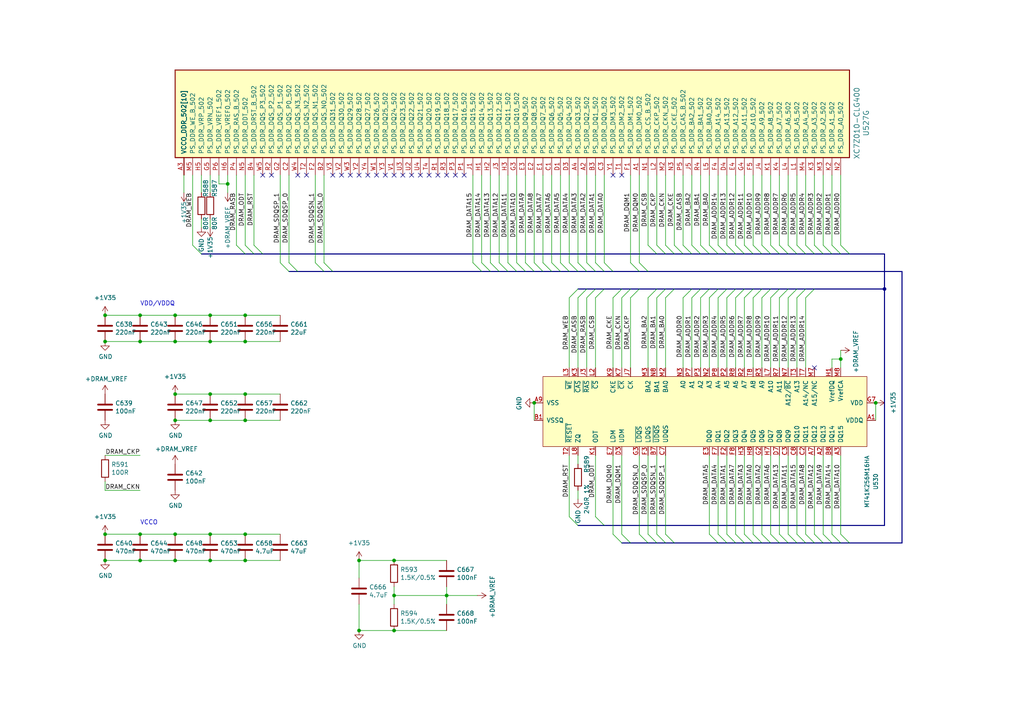
<source format=kicad_sch>
(kicad_sch (version 20231120) (generator "eeschema") (generator_version "8.0")
  (paper "A4")
  (junction (at 114.3 162.56))
  (junction (at 50.8 162.56))
  (junction (at 50.8 121.92))
  (junction (at 40.64 91.44))
  (junction (at 50.8 114.3))
  (junction (at 30.48 154.94))
  (junction (at 30.48 91.44))
  (junction (at 129.54 172.72))
  (junction (at 40.64 154.94))
  (junction (at 60.96 114.3))
  (junction (at 60.96 162.56))
  (junction (at 71.12 99.06))
  (junction (at 256.54 83.82))
  (junction (at 40.64 162.56))
  (junction (at 71.12 114.3))
  (junction (at 60.96 154.94))
  (junction (at 60.96 91.44))
  (junction (at 71.12 154.94))
  (junction (at 114.3 172.72))
  (junction (at 243.84 104.14))
  (junction (at 154.94 116.84))
  (junction (at 50.8 99.06))
  (junction (at 50.8 91.44))
  (junction (at 60.96 121.92))
  (junction (at 71.12 162.56))
  (junction (at 104.14 162.56))
  (junction (at 30.48 99.06))
  (junction (at 71.12 121.92))
  (junction (at 40.64 99.06))
  (junction (at 254 116.84))
  (junction (at 30.48 162.56))
  (junction (at 104.14 182.88))
  (junction (at 60.96 99.06))
  (junction (at 66.04 53.34))
  (junction (at 50.8 154.94))
  (junction (at 71.12 91.44))
  (junction (at 114.3 182.88))
  (no_connect (at 88.9 50.8))
  (no_connect (at 86.36 50.8))
  (no_connect (at 180.34 50.8))
  (no_connect (at 96.52 50.8))
  (no_connect (at 121.92 50.8))
  (no_connect (at 106.68 50.8))
  (no_connect (at 109.22 50.8))
  (no_connect (at 236.22 106.68))
  (no_connect (at 127 50.8))
  (no_connect (at 134.62 50.8))
  (no_connect (at 104.14 50.8))
  (no_connect (at 111.76 50.8))
  (no_connect (at 177.8 50.8))
  (no_connect (at 116.84 50.8))
  (no_connect (at 78.74 50.8))
  (no_connect (at 132.08 50.8))
  (no_connect (at 114.3 50.8))
  (no_connect (at 99.06 50.8))
  (no_connect (at 76.2 50.8))
  (no_connect (at 101.6 50.8))
  (no_connect (at 129.54 50.8))
  (no_connect (at 124.46 50.8))
  (no_connect (at 119.38 50.8))
  (bus_entry (at 228.6 154.94) (size 2.54 2.54))
  (bus_entry (at 241.3 154.94) (size 2.54 2.54))
  (bus_entry (at 213.36 83.82) (size -2.54 2.54))
  (bus_entry (at 238.76 71.12) (size 2.54 2.54))
  (bus_entry (at 144.78 76.2) (size 2.54 2.54))
  (bus_entry (at 193.04 83.82) (size -2.54 2.54))
  (bus_entry (at 149.86 76.2) (size 2.54 2.54))
  (bus_entry (at 71.12 71.12) (size 2.54 2.54))
  (bus_entry (at 167.64 83.82) (size -2.54 2.54))
  (bus_entry (at 182.88 76.2) (size 2.54 2.54))
  (bus_entry (at 185.42 154.94) (size 2.54 2.54))
  (bus_entry (at 177.8 154.94) (size 2.54 2.54))
  (bus_entry (at 226.06 71.12) (size 2.54 2.54))
  (bus_entry (at 137.16 76.2) (size 2.54 2.54))
  (bus_entry (at 233.68 154.94) (size 2.54 2.54))
  (bus_entry (at 182.88 83.82) (size -2.54 2.54))
  (bus_entry (at 160.02 76.2) (size 2.54 2.54))
  (bus_entry (at 170.18 76.2) (size 2.54 2.54))
  (bus_entry (at 218.44 71.12) (size 2.54 2.54))
  (bus_entry (at 172.72 83.82) (size -2.54 2.54))
  (bus_entry (at 203.2 83.82) (size -2.54 2.54))
  (bus_entry (at 167.64 76.2) (size 2.54 2.54))
  (bus_entry (at 228.6 83.82) (size -2.54 2.54))
  (bus_entry (at 73.66 71.12) (size 2.54 2.54))
  (bus_entry (at 223.52 83.82) (size -2.54 2.54))
  (bus_entry (at 215.9 154.94) (size 2.54 2.54))
  (bus_entry (at 175.26 76.2) (size 2.54 2.54))
  (bus_entry (at 142.24 76.2) (size 2.54 2.54))
  (bus_entry (at 200.66 83.82) (size -2.54 2.54))
  (bus_entry (at 231.14 71.12) (size 2.54 2.54))
  (bus_entry (at 205.74 154.94) (size 2.54 2.54))
  (bus_entry (at 172.72 76.2) (size 2.54 2.54))
  (bus_entry (at 55.88 71.12) (size 2.54 2.54))
  (bus_entry (at 162.56 76.2) (size 2.54 2.54))
  (bus_entry (at 205.74 71.12) (size 2.54 2.54))
  (bus_entry (at 165.1 149.86) (size 2.54 2.54))
  (bus_entry (at 228.6 71.12) (size 2.54 2.54))
  (bus_entry (at 215.9 71.12) (size 2.54 2.54))
  (bus_entry (at 213.36 154.94) (size 2.54 2.54))
  (bus_entry (at 190.5 154.94) (size 2.54 2.54))
  (bus_entry (at 195.58 71.12) (size 2.54 2.54))
  (bus_entry (at 152.4 76.2) (size 2.54 2.54))
  (bus_entry (at 190.5 83.82) (size -2.54 2.54))
  (bus_entry (at 200.66 71.12) (size 2.54 2.54))
  (bus_entry (at 93.98 76.2) (size 2.54 2.54))
  (bus_entry (at 208.28 71.12) (size 2.54 2.54))
  (bus_entry (at 190.5 71.12) (size 2.54 2.54))
  (bus_entry (at 243.84 154.94) (size 2.54 2.54))
  (bus_entry (at 233.68 83.82) (size -2.54 2.54))
  (bus_entry (at 147.32 76.2) (size 2.54 2.54))
  (bus_entry (at 193.04 71.12) (size 2.54 2.54))
  (bus_entry (at 213.36 71.12) (size 2.54 2.54))
  (bus_entry (at 175.26 83.82) (size -2.54 2.54))
  (bus_entry (at 223.52 154.94) (size 2.54 2.54))
  (bus_entry (at 187.96 154.94) (size 2.54 2.54))
  (bus_entry (at 154.94 76.2) (size 2.54 2.54))
  (bus_entry (at 238.76 154.94) (size 2.54 2.54))
  (bus_entry (at 218.44 83.82) (size -2.54 2.54))
  (bus_entry (at 220.98 83.82) (size -2.54 2.54))
  (bus_entry (at 195.58 83.82) (size -2.54 2.54))
  (bus_entry (at 187.96 71.12) (size 2.54 2.54))
  (bus_entry (at 236.22 83.82) (size -2.54 2.54))
  (bus_entry (at 223.52 71.12) (size 2.54 2.54))
  (bus_entry (at 215.9 83.82) (size -2.54 2.54))
  (bus_entry (at 139.7 76.2) (size 2.54 2.54))
  (bus_entry (at 210.82 71.12) (size 2.54 2.54))
  (bus_entry (at 241.3 71.12) (size 2.54 2.54))
  (bus_entry (at 226.06 83.82) (size -2.54 2.54))
  (bus_entry (at 231.14 83.82) (size -2.54 2.54))
  (bus_entry (at 208.28 83.82) (size -2.54 2.54))
  (bus_entry (at 218.44 154.94) (size 2.54 2.54))
  (bus_entry (at 205.74 83.82) (size -2.54 2.54))
  (bus_entry (at 180.34 83.82) (size -2.54 2.54))
  (bus_entry (at 81.28 76.2) (size 2.54 2.54))
  (bus_entry (at 198.12 71.12) (size 2.54 2.54))
  (bus_entry (at 185.42 76.2) (size 2.54 2.54))
  (bus_entry (at 91.44 76.2) (size 2.54 2.54))
  (bus_entry (at 231.14 154.94) (size 2.54 2.54))
  (bus_entry (at 185.42 83.82) (size -2.54 2.54))
  (bus_entry (at 193.04 154.94) (size 2.54 2.54))
  (bus_entry (at 210.82 83.82) (size -2.54 2.54))
  (bus_entry (at 220.98 71.12) (size 2.54 2.54))
  (bus_entry (at 157.48 76.2) (size 2.54 2.54))
  (bus_entry (at 165.1 76.2) (size 2.54 2.54))
  (bus_entry (at 220.98 154.94) (size 2.54 2.54))
  (bus_entry (at 233.68 71.12) (size 2.54 2.54))
  (bus_entry (at 180.34 154.94) (size 2.54 2.54))
  (bus_entry (at 170.18 83.82) (size -2.54 2.54))
  (bus_entry (at 243.84 71.12) (size 2.54 2.54))
  (bus_entry (at 226.06 154.94) (size 2.54 2.54))
  (bus_entry (at 68.58 71.12) (size 2.54 2.54))
  (bus_entry (at 210.82 154.94) (size 2.54 2.54))
  (bus_entry (at 83.82 76.2) (size 2.54 2.54))
  (bus_entry (at 236.22 71.12) (size 2.54 2.54))
  (bus_entry (at 208.28 154.94) (size 2.54 2.54))
  (bus_entry (at 172.72 149.86) (size 2.54 2.54))
  (bus_entry (at 236.22 154.94) (size 2.54 2.54))
  (bus_entry (at 203.2 71.12) (size 2.54 2.54))
  (bus (pts (xy 236.22 73.66) (xy 233.68 73.66)))
  (wire (pts (xy 172.72 50.8) (xy 172.72 76.2)))
  (bus (pts (xy 170.18 83.82) (xy 167.64 83.82)))
  (wire (pts (xy 63.5 50.8) (xy 63.5 53.34)))
  (bus (pts (xy 226.06 83.82) (xy 223.52 83.82)))
  (bus (pts (xy 223.52 157.48) (xy 220.98 157.48)))
  (wire (pts (xy 71.12 162.56) (xy 60.96 162.56)))
  (bus (pts (xy 261.62 78.74) (xy 261.62 157.48)))
  (bus (pts (xy 170.18 78.74) (xy 167.64 78.74)))
  (bus (pts (xy 236.22 157.48) (xy 233.68 157.48)))
  (wire (pts (xy 226.06 132.08) (xy 226.06 154.94)))
  (wire (pts (xy 137.16 50.8) (xy 137.16 76.2)))
  (wire (pts (xy 226.06 71.12) (xy 226.06 50.8)))
  (wire (pts (xy 210.82 71.12) (xy 210.82 50.8)))
  (wire (pts (xy 30.48 142.24) (xy 30.48 139.7)))
  (bus (pts (xy 231.14 157.48) (xy 228.6 157.48)))
  (bus (pts (xy 149.86 78.74) (xy 147.32 78.74)))
  (wire (pts (xy 193.04 86.36) (xy 193.04 106.68)))
  (bus (pts (xy 238.76 157.48) (xy 236.22 157.48)))
  (bus (pts (xy 152.4 78.74) (xy 149.86 78.74)))
  (wire (pts (xy 182.88 86.36) (xy 182.88 106.68)))
  (wire (pts (xy 213.36 132.08) (xy 213.36 154.94)))
  (bus (pts (xy 208.28 73.66) (xy 205.74 73.66)))
  (wire (pts (xy 228.6 71.12) (xy 228.6 50.8)))
  (bus (pts (xy 213.36 157.48) (xy 210.82 157.48)))
  (wire (pts (xy 50.8 121.92) (xy 60.96 121.92)))
  (bus (pts (xy 256.54 152.4) (xy 256.54 83.82)))
  (wire (pts (xy 167.64 142.24) (xy 167.64 144.78)))
  (bus (pts (xy 210.82 157.48) (xy 208.28 157.48)))
  (wire (pts (xy 144.78 50.8) (xy 144.78 76.2)))
  (wire (pts (xy 241.3 104.14) (xy 243.84 104.14)))
  (wire (pts (xy 152.4 50.8) (xy 152.4 76.2)))
  (wire (pts (xy 71.12 71.12) (xy 71.12 50.8)))
  (bus (pts (xy 228.6 157.48) (xy 226.06 157.48)))
  (bus (pts (xy 233.68 73.66) (xy 231.14 73.66)))
  (wire (pts (xy 60.96 162.56) (xy 50.8 162.56)))
  (wire (pts (xy 187.96 86.36) (xy 187.96 106.68)))
  (bus (pts (xy 256.54 83.82) (xy 236.22 83.82)))
  (wire (pts (xy 190.5 71.12) (xy 190.5 50.8)))
  (wire (pts (xy 60.96 154.94) (xy 50.8 154.94)))
  (wire (pts (xy 30.48 154.94) (xy 40.64 154.94)))
  (wire (pts (xy 193.04 132.08) (xy 193.04 154.94)))
  (wire (pts (xy 104.14 162.56) (xy 114.3 162.56)))
  (wire (pts (xy 58.42 63.5) (xy 58.42 66.04)))
  (wire (pts (xy 231.14 71.12) (xy 231.14 50.8)))
  (wire (pts (xy 220.98 86.36) (xy 220.98 106.68)))
  (bus (pts (xy 200.66 73.66) (xy 198.12 73.66)))
  (wire (pts (xy 30.48 132.08) (xy 40.64 132.08)))
  (wire (pts (xy 254 116.84) (xy 254 121.92)))
  (bus (pts (xy 195.58 73.66) (xy 193.04 73.66)))
  (wire (pts (xy 208.28 132.08) (xy 208.28 154.94)))
  (bus (pts (xy 157.48 78.74) (xy 154.94 78.74)))
  (wire (pts (xy 243.84 132.08) (xy 243.84 154.94)))
  (bus (pts (xy 215.9 157.48) (xy 213.36 157.48)))
  (bus (pts (xy 218.44 157.48) (xy 215.9 157.48)))
  (wire (pts (xy 215.9 71.12) (xy 215.9 50.8)))
  (bus (pts (xy 203.2 73.66) (xy 200.66 73.66)))
  (wire (pts (xy 233.68 71.12) (xy 233.68 50.8)))
  (bus (pts (xy 86.36 78.74) (xy 83.82 78.74)))
  (wire (pts (xy 241.3 106.68) (xy 241.3 104.14)))
  (bus (pts (xy 71.12 73.66) (xy 58.42 73.66)))
  (bus (pts (xy 215.9 83.82) (xy 213.36 83.82)))
  (wire (pts (xy 154.94 116.84) (xy 154.94 121.92)))
  (wire (pts (xy 208.28 71.12) (xy 208.28 50.8)))
  (bus (pts (xy 210.82 83.82) (xy 208.28 83.82)))
  (wire (pts (xy 139.7 50.8) (xy 139.7 76.2)))
  (wire (pts (xy 223.52 86.36) (xy 223.52 106.68)))
  (wire (pts (xy 233.68 132.08) (xy 233.68 154.94)))
  (wire (pts (xy 200.66 71.12) (xy 200.66 50.8)))
  (wire (pts (xy 81.28 50.8) (xy 81.28 76.2)))
  (wire (pts (xy 160.02 50.8) (xy 160.02 76.2)))
  (wire (pts (xy 50.8 162.56) (xy 40.64 162.56)))
  (bus (pts (xy 226.06 157.48) (xy 223.52 157.48)))
  (wire (pts (xy 185.42 132.08) (xy 185.42 154.94)))
  (bus (pts (xy 193.04 73.66) (xy 190.5 73.66)))
  (bus (pts (xy 190.5 83.82) (xy 185.42 83.82)))
  (bus (pts (xy 187.96 78.74) (xy 185.42 78.74)))
  (wire (pts (xy 147.32 50.8) (xy 147.32 76.2)))
  (wire (pts (xy 218.44 132.08) (xy 218.44 154.94)))
  (wire (pts (xy 213.36 71.12) (xy 213.36 50.8)))
  (wire (pts (xy 138.43 172.72) (xy 129.54 172.72)))
  (wire (pts (xy 231.14 132.08) (xy 231.14 154.94)))
  (wire (pts (xy 165.1 86.36) (xy 165.1 106.68)))
  (bus (pts (xy 177.8 78.74) (xy 175.26 78.74)))
  (wire (pts (xy 114.3 162.56) (xy 129.54 162.56)))
  (wire (pts (xy 203.2 86.36) (xy 203.2 106.68)))
  (wire (pts (xy 200.66 86.36) (xy 200.66 106.68)))
  (bus (pts (xy 256.54 83.82) (xy 256.54 73.66)))
  (wire (pts (xy 104.14 175.26) (xy 104.14 182.88)))
  (wire (pts (xy 205.74 132.08) (xy 205.74 154.94)))
  (bus (pts (xy 154.94 78.74) (xy 152.4 78.74)))
  (bus (pts (xy 139.7 78.74) (xy 96.52 78.74)))
  (bus (pts (xy 165.1 78.74) (xy 162.56 78.74)))
  (wire (pts (xy 210.82 132.08) (xy 210.82 154.94)))
  (wire (pts (xy 60.96 91.44) (xy 50.8 91.44)))
  (bus (pts (xy 203.2 83.82) (xy 200.66 83.82)))
  (wire (pts (xy 241.3 71.12) (xy 241.3 50.8)))
  (wire (pts (xy 167.64 86.36) (xy 167.64 106.68)))
  (bus (pts (xy 142.24 78.74) (xy 139.7 78.74)))
  (wire (pts (xy 81.28 121.92) (xy 71.12 121.92)))
  (bus (pts (xy 182.88 83.82) (xy 180.34 83.82)))
  (wire (pts (xy 114.3 182.88) (xy 104.14 182.88)))
  (bus (pts (xy 195.58 83.82) (xy 193.04 83.82)))
  (bus (pts (xy 261.62 157.48) (xy 246.38 157.48)))
  (bus (pts (xy 185.42 83.82) (xy 182.88 83.82)))
  (wire (pts (xy 172.72 86.36) (xy 172.72 106.68)))
  (wire (pts (xy 30.48 99.06) (xy 40.64 99.06)))
  (bus (pts (xy 185.42 78.74) (xy 177.8 78.74)))
  (wire (pts (xy 236.22 132.08) (xy 236.22 154.94)))
  (bus (pts (xy 223.52 73.66) (xy 220.98 73.66)))
  (wire (pts (xy 210.82 86.36) (xy 210.82 106.68)))
  (wire (pts (xy 73.66 71.12) (xy 73.66 50.8)))
  (wire (pts (xy 226.06 86.36) (xy 226.06 106.68)))
  (bus (pts (xy 246.38 73.66) (xy 243.84 73.66)))
  (wire (pts (xy 177.8 86.36) (xy 177.8 106.68)))
  (wire (pts (xy 170.18 86.36) (xy 170.18 106.68)))
  (bus (pts (xy 261.62 78.74) (xy 187.96 78.74)))
  (bus (pts (xy 172.72 83.82) (xy 170.18 83.82)))
  (wire (pts (xy 195.58 71.12) (xy 195.58 50.8)))
  (wire (pts (xy 187.96 71.12) (xy 187.96 50.8)))
  (wire (pts (xy 172.72 149.86) (xy 172.72 132.08)))
  (bus (pts (xy 215.9 73.66) (xy 213.36 73.66)))
  (wire (pts (xy 215.9 86.36) (xy 215.9 106.68)))
  (wire (pts (xy 129.54 172.72) (xy 129.54 175.26)))
  (wire (pts (xy 60.96 114.3) (xy 71.12 114.3)))
  (wire (pts (xy 40.64 91.44) (xy 50.8 91.44)))
  (bus (pts (xy 246.38 157.48) (xy 243.84 157.48)))
  (wire (pts (xy 50.8 114.3) (xy 60.96 114.3)))
  (bus (pts (xy 93.98 78.74) (xy 86.36 78.74)))
  (wire (pts (xy 215.9 132.08) (xy 215.9 154.94)))
  (wire (pts (xy 238.76 71.12) (xy 238.76 50.8)))
  (bus (pts (xy 205.74 73.66) (xy 203.2 73.66)))
  (bus (pts (xy 175.26 83.82) (xy 172.72 83.82)))
  (wire (pts (xy 129.54 182.88) (xy 114.3 182.88)))
  (wire (pts (xy 71.12 121.92) (xy 60.96 121.92)))
  (wire (pts (xy 198.12 71.12) (xy 198.12 50.8)))
  (bus (pts (xy 220.98 83.82) (xy 218.44 83.82)))
  (bus (pts (xy 210.82 73.66) (xy 208.28 73.66)))
  (bus (pts (xy 236.22 83.82) (xy 233.68 83.82)))
  (bus (pts (xy 213.36 83.82) (xy 210.82 83.82)))
  (wire (pts (xy 114.3 172.72) (xy 114.3 175.26)))
  (wire (pts (xy 198.12 86.36) (xy 198.12 106.68)))
  (bus (pts (xy 162.56 78.74) (xy 160.02 78.74)))
  (wire (pts (xy 220.98 132.08) (xy 220.98 154.94)))
  (wire (pts (xy 114.3 172.72) (xy 129.54 172.72)))
  (bus (pts (xy 231.14 83.82) (xy 228.6 83.82)))
  (wire (pts (xy 149.86 50.8) (xy 149.86 76.2)))
  (wire (pts (xy 165.1 50.8) (xy 165.1 76.2)))
  (wire (pts (xy 162.56 50.8) (xy 162.56 76.2)))
  (bus (pts (xy 195.58 157.48) (xy 193.04 157.48)))
  (wire (pts (xy 66.04 50.8) (xy 66.04 53.34)))
  (wire (pts (xy 205.74 86.36) (xy 205.74 106.68)))
  (wire (pts (xy 81.28 162.56) (xy 71.12 162.56)))
  (bus (pts (xy 220.98 157.48) (xy 218.44 157.48)))
  (wire (pts (xy 190.5 86.36) (xy 190.5 106.68)))
  (wire (pts (xy 175.26 50.8) (xy 175.26 76.2)))
  (wire (pts (xy 223.52 132.08) (xy 223.52 154.94)))
  (bus (pts (xy 167.64 78.74) (xy 165.1 78.74)))
  (wire (pts (xy 129.54 170.18) (xy 129.54 172.72)))
  (wire (pts (xy 167.64 132.08) (xy 167.64 134.62)))
  (wire (pts (xy 60.96 99.06) (xy 50.8 99.06)))
  (bus (pts (xy 180.34 83.82) (xy 175.26 83.82)))
  (wire (pts (xy 83.82 50.8) (xy 83.82 76.2)))
  (bus (pts (xy 190.5 157.48) (xy 187.96 157.48)))
  (bus (pts (xy 241.3 73.66) (xy 238.76 73.66)))
  (wire (pts (xy 91.44 50.8) (xy 91.44 76.2)))
  (wire (pts (xy 93.98 50.8) (xy 93.98 76.2)))
  (wire (pts (xy 81.28 91.44) (xy 71.12 91.44)))
  (bus (pts (xy 226.06 73.66) (xy 223.52 73.66)))
  (wire (pts (xy 55.88 71.12) (xy 55.88 50.8)))
  (bus (pts (xy 218.44 73.66) (xy 215.9 73.66)))
  (wire (pts (xy 205.74 71.12) (xy 205.74 50.8)))
  (wire (pts (xy 71.12 91.44) (xy 60.96 91.44)))
  (wire (pts (xy 228.6 86.36) (xy 228.6 106.68)))
  (wire (pts (xy 218.44 71.12) (xy 218.44 50.8)))
  (bus (pts (xy 193.04 83.82) (xy 190.5 83.82)))
  (wire (pts (xy 236.22 71.12) (xy 236.22 50.8)))
  (wire (pts (xy 223.52 71.12) (xy 223.52 50.8)))
  (bus (pts (xy 175.26 78.74) (xy 172.72 78.74)))
  (wire (pts (xy 81.28 154.94) (xy 71.12 154.94)))
  (bus (pts (xy 200.66 83.82) (xy 195.58 83.82)))
  (wire (pts (xy 185.42 50.8) (xy 185.42 76.2)))
  (wire (pts (xy 218.44 86.36) (xy 218.44 106.68)))
  (wire (pts (xy 203.2 71.12) (xy 203.2 50.8)))
  (bus (pts (xy 190.5 73.66) (xy 76.2 73.66)))
  (bus (pts (xy 205.74 83.82) (xy 203.2 83.82)))
  (bus (pts (xy 213.36 73.66) (xy 210.82 73.66)))
  (bus (pts (xy 76.2 73.66) (xy 73.66 73.66)))
  (wire (pts (xy 104.14 162.56) (xy 104.14 167.64)))
  (wire (pts (xy 81.28 99.06) (xy 71.12 99.06)))
  (bus (pts (xy 233.68 157.48) (xy 231.14 157.48)))
  (wire (pts (xy 63.5 53.34) (xy 66.04 53.34)))
  (bus (pts (xy 160.02 78.74) (xy 157.48 78.74)))
  (wire (pts (xy 190.5 132.08) (xy 190.5 154.94)))
  (wire (pts (xy 170.18 50.8) (xy 170.18 76.2)))
  (wire (pts (xy 60.96 63.5) (xy 60.96 66.04)))
  (wire (pts (xy 233.68 86.36) (xy 233.68 106.68)))
  (wire (pts (xy 177.8 132.08) (xy 177.8 154.94)))
  (wire (pts (xy 241.3 132.08) (xy 241.3 154.94)))
  (wire (pts (xy 228.6 132.08) (xy 228.6 154.94)))
  (wire (pts (xy 40.64 142.24) (xy 30.48 142.24)))
  (bus (pts (xy 172.72 78.74) (xy 170.18 78.74)))
  (bus (pts (xy 193.04 157.48) (xy 190.5 157.48)))
  (wire (pts (xy 243.84 104.14) (xy 243.84 106.68)))
  (bus (pts (xy 220.98 73.66) (xy 218.44 73.66)))
  (bus (pts (xy 238.76 73.66) (xy 236.22 73.66)))
  (wire (pts (xy 182.88 50.8) (xy 182.88 76.2)))
  (wire (pts (xy 193.04 71.12) (xy 193.04 50.8)))
  (wire (pts (xy 220.98 71.12) (xy 220.98 50.8)))
  (wire (pts (xy 213.36 86.36) (xy 213.36 106.68)))
  (wire (pts (xy 167.64 50.8) (xy 167.64 76.2)))
  (wire (pts (xy 81.28 114.3) (xy 71.12 114.3)))
  (bus (pts (xy 73.66 73.66) (xy 71.12 73.66)))
  (wire (pts (xy 231.14 86.36) (xy 231.14 106.68)))
  (bus (pts (xy 223.52 83.82) (xy 220.98 83.82)))
  (wire (pts (xy 157.48 50.8) (xy 157.48 76.2)))
  (bus (pts (xy 198.12 73.66) (xy 195.58 73.66)))
  (wire (pts (xy 30.48 91.44) (xy 40.64 91.44)))
  (bus (pts (xy 243.84 157.48) (xy 241.3 157.48)))
  (wire (pts (xy 165.1 132.08) (xy 165.1 149.86)))
  (bus (pts (xy 208.28 83.82) (xy 205.74 83.82)))
  (bus (pts (xy 256.54 73.66) (xy 246.38 73.66)))
  (wire (pts (xy 60.96 50.8) (xy 60.96 55.88)))
  (bus (pts (xy 144.78 78.74) (xy 142.24 78.74)))
  (bus (pts (xy 228.6 73.66) (xy 226.06 73.66)))
  (wire (pts (xy 71.12 154.94) (xy 60.96 154.94)))
  (wire (pts (xy 208.28 86.36) (xy 208.28 106.68)))
  (wire (pts (xy 66.04 53.34) (xy 66.04 55.88)))
  (bus (pts (xy 147.32 78.74) (xy 144.78 78.74)))
  (wire (pts (xy 50.8 99.06) (xy 40.64 99.06)))
  (wire (pts (xy 40.64 154.94) (xy 50.8 154.94)))
  (bus (pts (xy 233.68 83.82) (xy 231.14 83.82)))
  (wire (pts (xy 180.34 86.36) (xy 180.34 106.68)))
  (wire (pts (xy 154.94 50.8) (xy 154.94 76.2)))
  (bus (pts (xy 218.44 83.82) (xy 215.9 83.82)))
  (wire (pts (xy 30.48 162.56) (xy 40.64 162.56)))
  (bus (pts (xy 175.26 152.4) (xy 167.64 152.4)))
  (wire (pts (xy 71.12 99.06) (xy 60.96 99.06)))
  (wire (pts (xy 68.58 71.12) (xy 68.58 50.8)))
  (wire (pts (xy 58.42 50.8) (xy 58.42 55.88)))
  (wire (pts (xy 243.84 101.6) (xy 243.84 104.14)))
  (bus (pts (xy 228.6 83.82) (xy 226.06 83.82)))
  (wire (pts (xy 53.34 50.8) (xy 53.34 55.88)))
  (wire (pts (xy 238.76 132.08) (xy 238.76 154.94)))
  (bus (pts (xy 256.54 152.4) (xy 175.26 152.4)))
  (bus (pts (xy 231.14 73.66) (xy 228.6 73.66)))
  (wire (pts (xy 180.34 132.08) (xy 180.34 154.94)))
  (bus (pts (xy 241.3 157.48) (xy 238.76 157.48)))
  (bus (pts (xy 182.88 157.48) (xy 180.34 157.48)))
  (wire (pts (xy 187.96 132.08) (xy 187.96 154.94)))
  (bus (pts (xy 208.28 157.48) (xy 195.58 157.48)))
  (wire (pts (xy 142.24 50.8) (xy 142.24 76.2)))
  (wire (pts (xy 243.84 71.12) (xy 243.84 50.8)))
  (bus (pts (xy 96.52 78.74) (xy 93.98 78.74)))
  (bus (pts (xy 243.84 73.66) (xy 241.3 73.66)))
  (wire (pts (xy 114.3 170.18) (xy 114.3 172.72)))
  (bus (pts (xy 187.96 157.48) (xy 182.88 157.48)))
  (text "VCCO" (at 40.64 152.4 0) (effects (font (size 1.27 1.27)) (justify left bottom)))
  (text "VDD/VDDQ" (at 40.64 88.9 0) (effects (font (size 1.27 1.27)) (justify left bottom)))
  (label "DRAM_ADDR8" (at 223.52 55.88 270))
  (label "DRAM_ADDR10" (at 223.52 91.44 270))
  (label "DRAM_ADDR11" (at 226.06 91.44 270))
  (label "DRAM_SDQSP_1" (at 81.28 55.88 270))
  (label "DRAM_CKE" (at 177.8 91.44 270))
  (label "DRAM_SDQSP_0" (at 187.96 134.62 270))
  (label "DRAM_ADDR5" (at 231.14 55.88 270))
  (label "DRAM_ADDR7" (at 226.06 55.88 270))
  (label "DRAM_DATA15" (at 231.14 134.62 270))
  (label "DRAM_ADDR2" (at 203.2 91.44 270))
  (label "DRAM_BA2" (at 187.96 91.44 270))
  (label "DRAM_ADDR7" (at 215.9 91.44 270))
  (label "DRAM_CKN" (at 180.34 91.44 270))
  (label "DRAM_RASB" (at 170.18 91.44 270))
  (label "DRAM_ADDR9" (at 220.98 55.88 270))
  (label "DRAM_DATA0" (at 218.44 134.62 270))
  (label "DRAM_ADDR14" (at 208.28 55.88 270))
  (label "DRAM_DQM0" (at 185.42 55.88 270))
  (label "DRAM_DATA1" (at 172.72 55.88 270))
  (label "DRAM_DATA4" (at 165.1 55.88 270))
  (label "DRAM_DQM0" (at 177.8 134.62 270))
  (label "DRAM_SDQSN_1" (at 91.44 55.88 270))
  (label "DRAM_SDQSP_1" (at 193.04 134.62 270))
  (label "DRAM_DATA11" (at 147.32 55.88 270))
  (label "DRAM_CKP" (at 182.88 91.44 270))
  (label "DRAM_DATA3" (at 167.64 55.88 270))
  (label "DRAM_BA0" (at 193.04 91.44 270))
  (label "DRAM_CKP" (at 190.5 55.88 270))
  (label "DRAM_ADDR13" (at 210.82 55.88 270))
  (label "DRAM_ADDR3" (at 236.22 55.88 270))
  (label "DRAM_DATA6" (at 160.02 55.88 270))
  (label "DRAM_ADDR4" (at 208.28 91.44 270))
  (label "DRAM_DATA3" (at 215.9 134.62 270))
  (label "DRAM_DATA10" (at 149.86 55.88 270))
  (label "DRAM_BA1" (at 190.5 91.44 270))
  (label "DRAM_DATA5" (at 162.56 55.88 270))
  (label "DRAM_ADDR1" (at 200.66 91.44 270))
  (label "DRAM_ADDR10" (at 218.44 55.88 270))
  (label "DRAM_DATA6" (at 223.52 134.62 270))
  (label "DRAM_DATA8" (at 233.68 134.62 270))
  (label "DRAM_DQM1" (at 182.88 55.88 270))
  (label "DRAM_CKP" (at 40.64 132.08 180))
  (label "DRAM_DATA4" (at 208.28 134.62 270))
  (label "DRAM_ADDR0" (at 243.84 55.88 270))
  (label "DRAM_CKN" (at 193.04 55.88 270))
  (label "DRAM_CKE" (at 195.58 55.88 270))
  (label "DRAM_ADDR3" (at 205.74 91.44 270))
  (label "DRAM_DATA9" (at 238.76 134.62 270))
  (label "DRAM_CKN" (at 40.64 142.24 180))
  (label "DRAM_DATA8" (at 154.94 55.88 270))
  (label "DRAM_DATA15" (at 137.16 55.88 270))
  (label "DRAM_BA2" (at 200.66 55.88 270))
  (label "DRAM_ADDR9" (at 220.98 91.44 270))
  (label "DRAM_ODT" (at 172.72 134.62 270))
  (label "DRAM_CSB" (at 172.72 91.44 270))
  (label "DRAM_ADDR6" (at 228.6 55.88 270))
  (label "DRAM_CSB" (at 187.96 55.88 270))
  (label "DRAM_RST" (at 73.66 55.88 270))
  (label "DRAM_DATA14" (at 139.7 55.88 270))
  (label "DRAM_CASB" (at 167.64 91.44 270))
  (label "DRAM_ADDR1" (at 241.3 55.88 270))
  (label "DRAM_DATA12" (at 236.22 134.62 270))
  (label "DRAM_SDQSN_0" (at 185.42 134.62 270))
  (label "DRAM_DATA13" (at 142.24 55.88 270))
  (label "DRAM_DATA13" (at 226.06 134.62 270))
  (label "DRAM_WEB" (at 55.88 55.88 270))
  (label "DRAM_CASB" (at 198.12 55.88 270))
  (label "DRAM_BA0" (at 205.74 55.88 270))
  (label "DRAM_DATA9" (at 152.4 55.88 270))
  (label "DRAM_DATA2" (at 170.18 55.88 270))
  (label "DRAM_DATA10" (at 243.84 134.62 270))
  (label "DRAM_BA1" (at 203.2 55.88 270))
  (label "DRAM_ADDR4" (at 233.68 55.88 270))
  (label "DRAM_DATA7" (at 213.36 134.62 270))
  (label "DRAM_SDQSP_0" (at 83.82 55.88 270))
  (label "DRAM_ADDR12" (at 213.36 55.88 270))
  (label "DRAM_DATA12" (at 144.78 55.88 270))
  (label "DRAM_DATA11" (at 228.6 134.62 270))
  (label "DRAM_ADDR13" (at 231.14 91.44 270))
  (label "DRAM_ODT" (at 71.12 55.88 270))
  (label "DRAM_SDQSN_0" (at 93.98 55.88 270))
  (label "DRAM_DATA14" (at 241.3 134.62 270))
  (label "DRAM_ADDR5" (at 210.82 91.44 270))
  (label "DRAM_ADDR0" (at 198.12 91.44 270))
  (label "DRAM_WEB" (at 165.1 91.44 270))
  (label "DRAM_SDQSN_1" (at 190.5 134.62 270))
  (label "DRAM_DQM1" (at 180.34 134.62 270))
  (label "DRAM_DATA7" (at 157.48 55.88 270))
  (label "DRAM_DATA1" (at 210.82 134.62 270))
  (label "DRAM_ADDR14" (at 233.68 91.44 270))
  (label "DRAM_ADDR8" (at 218.44 91.44 270))
  (label "DRAM_ADDR6" (at 213.36 91.44 270))
  (label "DRAM_DATA5" (at 205.74 134.62 270))
  (label "DRAM_ADDR12" (at 228.6 91.44 270))
  (label "DRAM_DATA0" (at 175.26 55.88 270))
  (label "DRAM_RST" (at 165.1 134.62 270))
  (label "DRAM_DATA2" (at 220.98 134.62 270))
  (label "DRAM_ADDR11" (at 215.9 55.88 270))
  (label "DRAM_ADDR2" (at 238.76 55.88 270))
  (label "DRAM_RASB" (at 68.58 55.88 270))
  (symbol (lib_id "Device:R") (at 30.48 135.89 0) (unit 1)
    (property "Reference" "R591" (at 32.258 134.7216 0) (effects (justify left)))
    (property "Value" "100R" (at 32.258 137.033 0) (effects (justify left)))
    (property "Footprint" "Resistor_SMD:R_0402_1005Metric" (effects (hide yes)))
  )
  (symbol (lib_id "power:+1V35") (at 60.96 66.04 180) (unit 1)
    (property "Reference" "#PWR0736" (effects (hide yes)))
    (property "Value" "+1V35" (at 60.96 68.58 90) (effects (justify left)))
  )
  (symbol (lib_id "power:GND") (at 50.8 142.24 0) (unit 1)
    (property "Reference" "#PWR0755" (effects (hide yes)))
    (property "Value" "GND" (at 50.927 146.6342 0))
  )
  (symbol (lib_id "Device:C") (at 129.54 166.37 0) (unit 1)
    (property "Reference" "C667" (at 132.461 165.2016 0) (effects (justify left)))
    (property "Value" "100nF" (at 132.461 167.513 0) (effects (justify left)))
    (property "Footprint" "Capacitor_SMD:C_0402_1005Metric" (effects (hide yes)))
  )
  (symbol (lib_id "Device:C") (at 71.12 95.25 0) (unit 1)
    (property "Reference" "C656" (at 74.041 94.0816 0) (effects (justify left)))
    (property "Value" "220nF" (at 74.041 96.393 0) (effects (justify left)))
    (property "Footprint" "Capacitor_SMD:C_0402_1005Metric" (effects (hide yes)))
  )
  (symbol (lib_id "Device:C") (at 81.28 158.75 0) (unit 1)
    (property "Reference" "C663" (at 84.201 157.5816 0) (effects (justify left)))
    (property "Value" "47uF" (at 84.201 159.893 0) (effects (justify left)))
    (property "Footprint" "Capacitor_SMD:C_0805_2012Metric" (effects (hide yes)))
  )
  (symbol (lib_id "Device:C") (at 104.14 171.45 0) (unit 1)
    (property "Reference" "C666" (at 107.061 170.2816 0) (effects (justify left)))
    (property "Value" "4.7uF" (at 107.061 172.593 0) (effects (justify left)))
    (property "Footprint" "Capacitor_SMD:C_0603_1608Metric" (effects (hide yes)))
  )
  (symbol (lib_id "power:+1V35") (at 30.48 154.94 0) (unit 1)
    (property "Reference" "#PWR0750" (effects (hide yes)))
    (property "Value" "+1V35" (at 30.48 149.86 0))
  )
  (symbol (lib_id "power:+1V35") (at 254 116.84 270) (unit 1)
    (property "Reference" "#PWR0740" (effects (hide yes)))
    (property "Value" "+1V35" (at 259.08 116.84 0))
  )
  (symbol (lib_id "power:GND") (at 30.48 99.06 0) (unit 1)
    (property "Reference" "#PWR0747" (effects (hide yes)))
    (property "Value" "GND" (at 30.607 103.4542 0))
  )
  (symbol (lib_id "Device:C") (at 50.8 158.75 0) (unit 1)
    (property "Reference" "C648" (at 53.721 157.5816 0) (effects (justify left)))
    (property "Value" "470nF" (at 53.721 159.893 0) (effects (justify left)))
    (property "Footprint" "Capacitor_SMD:C_0402_1005Metric" (effects (hide yes)))
  )
  (symbol (lib_id "power:GND") (at 30.48 121.92 0) (unit 1)
    (property "Reference" "#PWR0749" (effects (hide yes)))
    (property "Value" "GND" (at 30.607 126.3142 0))
  )
  (symbol (lib_id "symbols:XC7Z007S-CLG400") (at 243.84 50.8 270) (mirror x) (unit 7)
    (property "Reference" "U527" (at 251.206 35.7124 0) (effects (font (size 1.524 1.524))))
    (property "Value" "XC7Z010-CLG400" (at 248.5136 35.7124 0) (effects (font (size 1.524 1.524))))
    (property "Footprint" "Package_BGA:Xilinx_CLG400" (effects (hide yes)))
    (property "desc" "xc7z007sclg400" (effects (hide yes)))
  )
  (symbol (lib_id "power:GND") (at 50.8 121.92 0) (unit 1)
    (property "Reference" "#PWR0757" (effects (hide yes)))
    (property "Value" "GND" (at 50.927 126.3142 0))
  )
  (symbol (lib_id "Device:C") (at 50.8 118.11 0) (unit 1)
    (property "Reference" "C647" (at 53.721 116.9416 0) (effects (justify left)))
    (property "Value" "220nF" (at 53.721 119.253 0) (effects (justify left)))
    (property "Footprint" "Capacitor_SMD:C_0402_1005Metric" (effects (hide yes)))
  )
  (symbol (lib_id "Device:C") (at 50.8 95.25 0) (unit 1)
    (property "Reference" "C646" (at 53.721 94.0816 0) (effects (justify left)))
    (property "Value" "220nF" (at 53.721 96.393 0) (effects (justify left)))
    (property "Footprint" "Capacitor_SMD:C_0402_1005Metric" (effects (hide yes)))
  )
  (symbol (lib_id "symbols:+DRAM_VREF") (at 138.43 172.72 270) (unit 1)
    (property "Reference" "#PWR0762" (effects (hide yes)))
    (property "Value" "+DRAM_VREF" (at 142.8242 173.101 0))
  )
  (symbol (lib_id "Device:R") (at 58.42 59.69 180) (unit 1)
    (property "Reference" "R588" (at 59.69 54.61 90))
    (property "Value" "80R" (at 59.69 64.77 90))
    (property "Footprint" "Resistor_SMD:R_0402_1005Metric" (effects (hide yes)))
  )
  (symbol (lib_id "Device:C") (at 129.54 179.07 0) (unit 1)
    (property "Reference" "C668" (at 132.461 177.9016 0) (effects (justify left)))
    (property "Value" "100nF" (at 132.461 180.213 0) (effects (justify left)))
    (property "Footprint" "Capacitor_SMD:C_0402_1005Metric" (effects (hide yes)))
  )
  (symbol (lib_id "symbols:+DRAM_VREF") (at 243.84 101.6 270) (unit 1)
    (property "Reference" "#PWR0738" (effects (hide yes)))
    (property "Value" "+DRAM_VREF" (at 248.2342 101.981 0))
  )
  (symbol (lib_id "Device:C") (at 50.8 138.43 0) (unit 1)
    (property "Reference" "C642" (at 53.721 137.2616 0) (effects (justify left)))
    (property "Value" "100nF" (at 53.721 139.573 0) (effects (justify left)))
    (property "Footprint" "Capacitor_SMD:C_0402_1005Metric" (effects (hide yes)))
  )
  (symbol (lib_id "Device:C") (at 40.64 158.75 0) (unit 1)
    (property "Reference" "C644" (at 43.561 157.5816 0) (effects (justify left)))
    (property "Value" "470nF" (at 43.561 159.893 0) (effects (justify left)))
    (property "Footprint" "Capacitor_SMD:C_0402_1005Metric" (effects (hide yes)))
  )
  (symbol (lib_id "Device:R") (at 114.3 179.07 0) (unit 1)
    (property "Reference" "R594" (at 116.078 177.9016 0) (effects (justify left)))
    (property "Value" "1.5K/0.5%" (at 116.078 180.213 0) (effects (justify left)))
    (property "Footprint" "Resistor_SMD:R_0402_1005Metric" (effects (hide yes)))
  )
  (symbol (lib_id "Device:C") (at 60.96 158.75 0) (unit 1)
    (property "Reference" "C653" (at 63.881 157.5816 0) (effects (justify left)))
    (property "Value" "470nF" (at 63.881 159.893 0) (effects (justify left)))
    (property "Footprint" "Capacitor_SMD:C_0402_1005Metric" (effects (hide yes)))
  )
  (symbol (lib_id "symbols:+DRAM_VREF") (at 66.04 55.88 180) (unit 1)
    (property "Reference" "#PWR0734" (effects (hide yes)))
    (property "Value" "+DRAM_VREF" (at 66.04 66.04 90))
  )
  (symbol (lib_id "Device:C") (at 81.28 118.11 0) (unit 1)
    (property "Reference" "C662" (at 84.201 116.9416 0) (effects (justify left)))
    (property "Value" "220nF" (at 84.201 119.253 0) (effects (justify left)))
    (property "Footprint" "Capacitor_SMD:C_0402_1005Metric" (effects (hide yes)))
  )
  (symbol (lib_id "power:+1V35") (at 53.34 55.88 180) (unit 1)
    (property "Reference" "#PWR0735" (effects (hide yes)))
    (property "Value" "+1V35" (at 53.34 58.42 90) (effects (justify left)))
  )
  (symbol (lib_id "Device:C") (at 81.28 95.25 0) (unit 1)
    (property "Reference" "C661" (at 84.201 94.0816 0) (effects (justify left)))
    (property "Value" "22uF" (at 84.201 96.393 0) (effects (justify left)))
    (property "Footprint" "Capacitor_SMD:C_0603_1608Metric" (effects (hide yes)))
  )
  (symbol (lib_id "Device:C") (at 60.96 118.11 0) (unit 1)
    (property "Reference" "C652" (at 63.881 116.9416 0) (effects (justify left)))
    (property "Value" "220nF" (at 63.881 119.253 0) (effects (justify left)))
    (property "Footprint" "Capacitor_SMD:C_0402_1005Metric" (effects (hide yes)))
  )
  (symbol (lib_id "Device:C") (at 30.48 95.25 0) (unit 1)
    (property "Reference" "C638" (at 33.401 94.0816 0) (effects (justify left)))
    (property "Value" "220nF" (at 33.401 96.393 0) (effects (justify left)))
    (property "Footprint" "Capacitor_SMD:C_0402_1005Metric" (effects (hide yes)))
  )
  (symbol (lib_id "Device:C") (at 71.12 118.11 0) (unit 1)
    (property "Reference" "C657" (at 74.041 116.9416 0) (effects (justify left)))
    (property "Value" "220nF" (at 74.041 119.253 0) (effects (justify left)))
    (property "Footprint" "Capacitor_SMD:C_0402_1005Metric" (effects (hide yes)))
  )
  (symbol (lib_id "Device:R") (at 114.3 166.37 0) (unit 1)
    (property "Reference" "R593" (at 116.078 165.2016 0) (effects (justify left)))
    (property "Value" "1.5K/0.5%" (at 116.078 167.513 0) (effects (justify left)))
    (property "Footprint" "Resistor_SMD:R_0402_1005Metric" (effects (hide yes)))
  )
  (symbol (lib_id "power:GND") (at 30.48 162.56 0) (unit 1)
    (property "Reference" "#PWR0751" (effects (hide yes)))
    (property "Value" "GND" (at 30.607 166.9542 0))
  )
  (symbol (lib_id "power:+1V35") (at 50.8 114.3 0) (unit 1)
    (property "Reference" "#PWR0756" (effects (hide yes)))
    (property "Value" "+1V35" (at 50.8 109.22 0))
  )
  (symbol (lib_id "symbols:+DRAM_VREF") (at 30.48 114.3 0) (unit 1)
    (property "Reference" "#PWR0748" (effects (hide yes)))
    (property "Value" "+DRAM_VREF" (at 30.861 109.9058 0))
  )
  (symbol (lib_id "power:+1V35") (at 104.14 162.56 0) (unit 1)
    (property "Reference" "#PWR0760" (effects (hide yes)))
    (property "Value" "+1V35" (at 104.14 157.48 0))
  )
  (symbol (lib_id "Device:C") (at 40.64 95.25 0) (unit 1)
    (property "Reference" "C643" (at 43.561 94.0816 0) (effects (justify left)))
    (property "Value" "220nF" (at 43.561 96.393 0) (effects (justify left)))
    (property "Footprint" "Capacitor_SMD:C_0402_1005Metric" (effects (hide yes)))
  )
  (symbol (lib_id "power:GND") (at 58.42 66.04 0) (unit 1)
    (property "Reference" "#PWR0737" (effects (hide yes)))
    (property "Value" "GND" (at 58.42 71.12 90))
  )
  (symbol (lib_id "symbols:+DRAM_VREF") (at 50.8 134.62 0) (unit 1)
    (property "Reference" "#PWR0754" (effects (hide yes)))
    (property "Value" "+DRAM_VREF" (at 51.181 130.2258 0))
  )
  (symbol (lib_id "Device:C") (at 30.48 158.75 0) (unit 1)
    (property "Reference" "C640" (at 33.401 157.5816 0) (effects (justify left)))
    (property "Value" "470nF" (at 33.401 159.893 0) (effects (justify left)))
    (property "Footprint" "Capacitor_SMD:C_0402_1005Metric" (effects (hide yes)))
  )
  (symbol (lib_id "Device:R") (at 167.64 138.43 180) (unit 1)
    (property "Reference" "R589" (at 170.18 134.62 90))
    (property "Value" "240R 1%" (at 170.18 144.78 90))
    (property "Footprint" "Resistor_SMD:R_0402_1005Metric" (effects (hide yes)))
  )
  (symbol (lib_id "power:+1V35") (at 30.48 91.44 0) (unit 1)
    (property "Reference" "#PWR0746" (effects (hide yes)))
    (property "Value" "+1V35" (at 30.48 86.36 0))
  )
  (symbol (lib_id "Device:C") (at 30.48 118.11 0) (unit 1)
    (property "Reference" "C639" (at 33.401 116.9416 0) (effects (justify left)))
    (property "Value" "100nF" (at 33.401 119.253 0) (effects (justify left)))
    (property "Footprint" "Capacitor_SMD:C_0402_1005Metric" (effects (hide yes)))
  )
  (symbol (lib_id "symbols:MT41K256M16HA") (at 254 119.38 270) (unit 1)
    (property "Reference" "U530" (at 254 139.7 0) (effects (font (size 1.1938 1.1938))))
    (property "Value" "MT41K256M16HA" (at 251.46 139.7 0) (effects (font (size 1.1938 1.1938))))
    (property "Footprint" "Package_BGA:BGA-96_9.0x13.0mm_Layout2x3x16_P0.8mm" (effects (hide yes)))
  )
  (symbol (lib_id "power:GND") (at 167.64 144.78 0) (unit 1)
    (property "Reference" "#PWR0744" (effects (hide yes)))
    (property "Value" "GND" (at 167.64 149.86 90))
  )
  (symbol (lib_id "Device:C") (at 60.96 95.25 0) (unit 1)
    (property "Reference" "C651" (at 63.881 94.0816 0) (effects (justify left)))
    (property "Value" "220nF" (at 63.881 96.393 0) (effects (justify left)))
    (property "Footprint" "Capacitor_SMD:C_0402_1005Metric" (effects (hide yes)))
  )
  (symbol (lib_id "Device:R") (at 60.96 59.69 180) (unit 1)
    (property "Reference" "R587" (at 62.23 54.61 90))
    (property "Value" "80R" (at 62.23 64.77 90))
    (property "Footprint" "Resistor_SMD:R_0402_1005Metric" (effects (hide yes)))
  )
  (symbol (lib_id "power:GND") (at 104.14 182.88 0) (unit 1)
    (property "Reference" "#PWR0761" (effects (hide yes)))
    (property "Value" "GND" (at 104.267 187.2742 0))
  )
  (symbol (lib_id "power:GND") (at 154.94 116.84 270) (unit 1)
    (property "Reference" "#PWR0741" (effects (hide yes)))
    (property "Value" "GND" (at 150.5458 116.967 0))
  )
  (symbol (lib_id "Device:C") (at 71.12 158.75 0) (unit 1)
    (property "Reference" "C658" (at 74.041 157.5816 0) (effects (justify left)))
    (property "Value" "4.7uF" (at 74.041 159.893 0) (effects (justify left)))
    (property "Footprint" "Capacitor_SMD:C_0603_1608Metric" (effects (hide yes)))
  )
)
</source>
